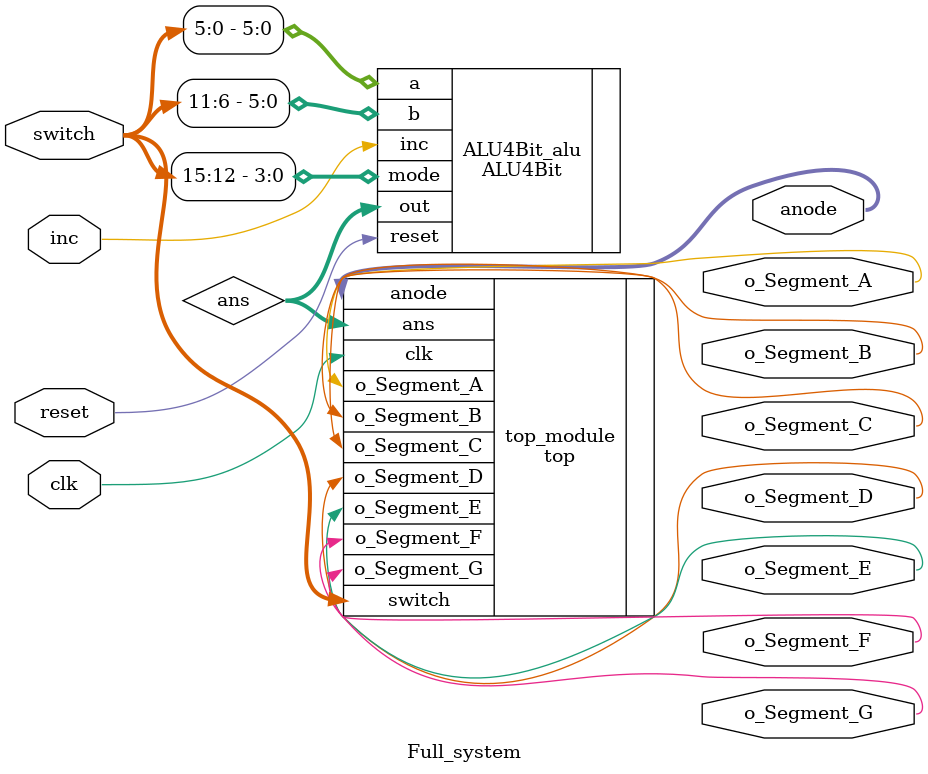
<source format=v>
`timescale 1ns / 1ps


module Full_system(
input [15:0]switch,
input inc,
input reset,
//input mode,
input clk,
//input c_in,

output [7:0]anode,
output wire o_Segment_A,
output wire o_Segment_B,
output wire o_Segment_C,
output wire o_Segment_D,
output wire o_Segment_E,
output wire o_Segment_F,
output wire o_Segment_G
//output wire c_out
    );
    
wire [7:0]ans;
    
ALU4Bit ALU4Bit_alu( .a(switch[5:0]), .b(switch[11:6]), .mode(switch[15:12]), .reset(reset), .inc(inc), .out(ans));

top top_module(.clk(clk), .ans(ans), .switch(switch), .anode(anode), .o_Segment_A(o_Segment_A), .o_Segment_B(o_Segment_B), .o_Segment_C(o_Segment_C), .o_Segment_D(o_Segment_D), .o_Segment_E(o_Segment_E), .o_Segment_F(o_Segment_F), .o_Segment_G(o_Segment_G));  

endmodule

</source>
